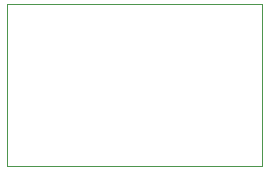
<source format=gbr>
G04 #@! TF.GenerationSoftware,KiCad,Pcbnew,(5.1.4)-1*
G04 #@! TF.CreationDate,2019-11-20T10:07:13+01:00*
G04 #@! TF.ProjectId,AR_PDM_INA233_breakout,41525f50-444d-45f4-994e-413233335f62,rev?*
G04 #@! TF.SameCoordinates,Original*
G04 #@! TF.FileFunction,Profile,NP*
%FSLAX46Y46*%
G04 Gerber Fmt 4.6, Leading zero omitted, Abs format (unit mm)*
G04 Created by KiCad (PCBNEW (5.1.4)-1) date 2019-11-20 10:07:13*
%MOMM*%
%LPD*%
G04 APERTURE LIST*
%ADD10C,0.100000*%
G04 APERTURE END LIST*
D10*
X125730000Y-91948000D02*
X147320000Y-91948000D01*
X125730000Y-78232000D02*
X125730000Y-91948000D01*
X147320000Y-78232000D02*
X125730000Y-78232000D01*
X147320000Y-91948000D02*
X147320000Y-78232000D01*
M02*

</source>
